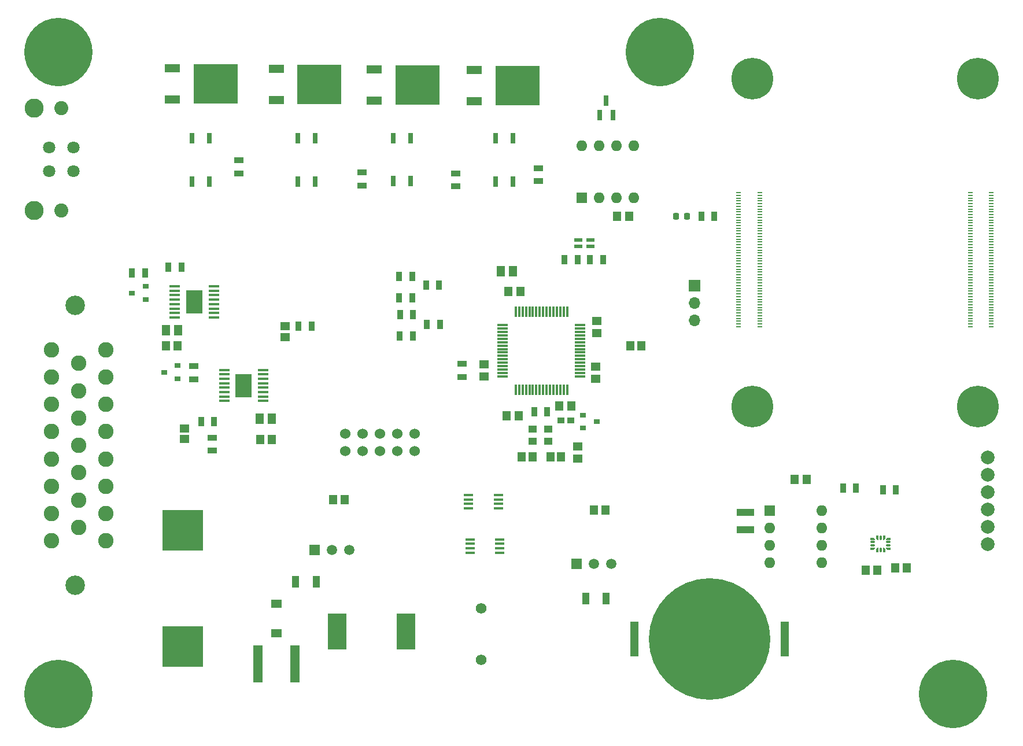
<source format=gts>
G04 #@! TF.GenerationSoftware,KiCad,Pcbnew,5.99.0-unknown-6a369b230f~117~ubuntu20.04.1*
G04 #@! TF.CreationDate,2021-05-15T11:46:25+08:00*
G04 #@! TF.ProjectId,Controller,436f6e74-726f-46c6-9c65-722e6b696361,rev?*
G04 #@! TF.SameCoordinates,Original*
G04 #@! TF.FileFunction,Soldermask,Top*
G04 #@! TF.FilePolarity,Negative*
%FSLAX46Y46*%
G04 Gerber Fmt 4.6, Leading zero omitted, Abs format (unit mm)*
G04 Created by KiCad (PCBNEW 5.99.0-unknown-6a369b230f~117~ubuntu20.04.1) date 2021-05-15 11:46:25*
%MOMM*%
%LPD*%
G01*
G04 APERTURE LIST*
G04 Aperture macros list*
%AMRoundRect*
0 Rectangle with rounded corners*
0 $1 Rounding radius*
0 $2 $3 $4 $5 $6 $7 $8 $9 X,Y pos of 4 corners*
0 Add a 4 corners polygon primitive as box body*
4,1,4,$2,$3,$4,$5,$6,$7,$8,$9,$2,$3,0*
0 Add four circle primitives for the rounded corners*
1,1,$1+$1,$2,$3*
1,1,$1+$1,$4,$5*
1,1,$1+$1,$6,$7*
1,1,$1+$1,$8,$9*
0 Add four rect primitives between the rounded corners*
20,1,$1+$1,$2,$3,$4,$5,0*
20,1,$1+$1,$4,$5,$6,$7,0*
20,1,$1+$1,$6,$7,$8,$9,0*
20,1,$1+$1,$8,$9,$2,$3,0*%
%AMFreePoly0*
4,1,48,0.036020,0.199191,0.037970,0.199714,0.040958,0.198321,0.057086,0.195477,0.069630,0.184951,0.084467,0.178033,0.290533,-0.028033,0.293203,-0.031847,0.294953,-0.032857,0.296081,-0.035957,0.305473,-0.049370,0.306900,-0.065680,0.312500,-0.081066,0.312500,-0.125000,0.310782,-0.134742,0.311361,-0.138024,0.309695,-0.140910,0.307977,-0.150652,0.295451,-0.165579,0.285709,-0.182453,
0.279350,-0.184767,0.275000,-0.189952,0.255809,-0.193336,0.237500,-0.200000,-0.237500,-0.200000,-0.247242,-0.198282,-0.250524,-0.198861,-0.253410,-0.197195,-0.263152,-0.195477,-0.278079,-0.182951,-0.294953,-0.173209,-0.297267,-0.166850,-0.302452,-0.162500,-0.305836,-0.143309,-0.312500,-0.125000,-0.312500,0.125000,-0.310782,0.134742,-0.311361,0.138024,-0.309695,0.140910,-0.307977,0.150652,
-0.295451,0.165579,-0.285709,0.182453,-0.279350,0.184767,-0.275000,0.189952,-0.255809,0.193336,-0.237500,0.200000,0.031434,0.200000,0.036020,0.199191,0.036020,0.199191,$1*%
%AMFreePoly1*
4,1,48,0.247242,0.198282,0.250524,0.198861,0.253410,0.197195,0.263152,0.195477,0.278079,0.182951,0.294953,0.173209,0.297267,0.166850,0.302452,0.162500,0.305836,0.143309,0.312500,0.125000,0.312500,0.081066,0.311691,0.076480,0.312214,0.074529,0.310820,0.071540,0.307977,0.055414,0.297452,0.042871,0.290533,0.028033,0.084467,-0.178033,0.080653,-0.180703,0.079643,-0.182453,
0.076543,-0.183581,0.063130,-0.192973,0.046819,-0.194400,0.031434,-0.200000,-0.237500,-0.200000,-0.247242,-0.198282,-0.250524,-0.198861,-0.253410,-0.197195,-0.263152,-0.195477,-0.278079,-0.182951,-0.294953,-0.173209,-0.297267,-0.166850,-0.302452,-0.162500,-0.305836,-0.143309,-0.312500,-0.125000,-0.312500,0.125000,-0.310782,0.134742,-0.311361,0.138024,-0.309695,0.140910,-0.307977,0.150652,
-0.295451,0.165579,-0.285709,0.182453,-0.279350,0.184767,-0.275000,0.189952,-0.255809,0.193336,-0.237500,0.200000,0.237500,0.200000,0.247242,0.198282,0.247242,0.198282,$1*%
%AMFreePoly2*
4,1,48,0.134742,0.310782,0.138024,0.311361,0.140910,0.309695,0.150652,0.307977,0.165579,0.295451,0.182453,0.285709,0.184767,0.279350,0.189952,0.275000,0.193336,0.255809,0.200000,0.237500,0.200000,-0.237500,0.198282,-0.247242,0.198861,-0.250524,0.197195,-0.253410,0.195477,-0.263152,0.182951,-0.278079,0.173209,-0.294953,0.166850,-0.297267,0.162500,-0.302452,0.143309,-0.305836,
0.125000,-0.312500,-0.125000,-0.312500,-0.134742,-0.310782,-0.138024,-0.311361,-0.140910,-0.309695,-0.150652,-0.307977,-0.165579,-0.295451,-0.182453,-0.285709,-0.184767,-0.279350,-0.189952,-0.275000,-0.193336,-0.255809,-0.200000,-0.237500,-0.200000,0.031434,-0.199191,0.036020,-0.199714,0.037970,-0.198321,0.040958,-0.195477,0.057086,-0.184951,0.069630,-0.178033,0.084467,0.028033,0.290533,
0.031847,0.293203,0.032857,0.294953,0.035957,0.296081,0.049370,0.305473,0.065680,0.306900,0.081066,0.312500,0.125000,0.312500,0.134742,0.310782,0.134742,0.310782,$1*%
%AMFreePoly3*
4,1,48,-0.076480,0.311691,-0.074530,0.312214,-0.071542,0.310821,-0.055414,0.307977,-0.042870,0.297451,-0.028033,0.290533,0.178033,0.084467,0.180703,0.080653,0.182453,0.079643,0.183581,0.076543,0.192973,0.063130,0.194400,0.046820,0.200000,0.031434,0.200000,-0.237500,0.198282,-0.247242,0.198861,-0.250524,0.197195,-0.253410,0.195477,-0.263152,0.182951,-0.278079,0.173209,-0.294953,
0.166850,-0.297267,0.162500,-0.302452,0.143309,-0.305836,0.125000,-0.312500,-0.125000,-0.312500,-0.134742,-0.310782,-0.138024,-0.311361,-0.140910,-0.309695,-0.150652,-0.307977,-0.165579,-0.295451,-0.182453,-0.285709,-0.184767,-0.279350,-0.189952,-0.275000,-0.193336,-0.255809,-0.200000,-0.237500,-0.200000,0.237500,-0.198282,0.247242,-0.198861,0.250524,-0.197195,0.253410,-0.195477,0.263152,
-0.182951,0.278079,-0.173209,0.294953,-0.166850,0.297267,-0.162500,0.302452,-0.143309,0.305836,-0.125000,0.312500,-0.081066,0.312500,-0.076480,0.311691,-0.076480,0.311691,$1*%
%AMFreePoly4*
4,1,48,0.247242,0.198282,0.250524,0.198861,0.253410,0.197195,0.263152,0.195477,0.278079,0.182951,0.294953,0.173209,0.297267,0.166850,0.302452,0.162500,0.305836,0.143309,0.312500,0.125000,0.312500,-0.125000,0.310782,-0.134742,0.311361,-0.138024,0.309695,-0.140910,0.307977,-0.150652,0.295451,-0.165579,0.285709,-0.182453,0.279350,-0.184767,0.275000,-0.189952,0.255809,-0.193336,
0.237500,-0.200000,-0.031434,-0.200000,-0.036020,-0.199191,-0.037971,-0.199714,-0.040960,-0.198320,-0.057086,-0.195477,-0.069629,-0.184952,-0.084467,-0.178033,-0.290533,0.028033,-0.293203,0.031847,-0.294953,0.032857,-0.296081,0.035957,-0.305473,0.049370,-0.306900,0.065681,-0.312500,0.081066,-0.312500,0.125000,-0.310782,0.134742,-0.311361,0.138024,-0.309695,0.140910,-0.307977,0.150652,
-0.295451,0.165579,-0.285709,0.182453,-0.279350,0.184767,-0.275000,0.189952,-0.255809,0.193336,-0.237500,0.200000,0.237500,0.200000,0.247242,0.198282,0.247242,0.198282,$1*%
%AMFreePoly5*
4,1,48,0.247242,0.198282,0.250524,0.198861,0.253410,0.197195,0.263152,0.195477,0.278079,0.182951,0.294953,0.173209,0.297267,0.166850,0.302452,0.162500,0.305836,0.143309,0.312500,0.125000,0.312500,-0.125000,0.310782,-0.134742,0.311361,-0.138024,0.309695,-0.140910,0.307977,-0.150652,0.295451,-0.165579,0.285709,-0.182453,0.279350,-0.184767,0.275000,-0.189952,0.255809,-0.193336,
0.237500,-0.200000,-0.237500,-0.200000,-0.247242,-0.198282,-0.250524,-0.198861,-0.253410,-0.197195,-0.263152,-0.195477,-0.278079,-0.182951,-0.294953,-0.173209,-0.297267,-0.166850,-0.302452,-0.162500,-0.305836,-0.143309,-0.312500,-0.125000,-0.312500,-0.081066,-0.311691,-0.076480,-0.312214,-0.074530,-0.310821,-0.071542,-0.307977,-0.055414,-0.297451,-0.042870,-0.290533,-0.028033,-0.084467,0.178033,
-0.080653,0.180703,-0.079643,0.182453,-0.076543,0.183581,-0.063130,0.192973,-0.046820,0.194400,-0.031434,0.200000,0.237500,0.200000,0.247242,0.198282,0.247242,0.198282,$1*%
%AMFreePoly6*
4,1,48,0.134742,0.310782,0.138024,0.311361,0.140910,0.309695,0.150652,0.307977,0.165579,0.295451,0.182453,0.285709,0.184767,0.279350,0.189952,0.275000,0.193336,0.255809,0.200000,0.237500,0.200000,-0.031434,0.199191,-0.036020,0.199714,-0.037971,0.198320,-0.040960,0.195477,-0.057086,0.184952,-0.069629,0.178033,-0.084467,-0.028033,-0.290533,-0.031847,-0.293203,-0.032857,-0.294953,
-0.035957,-0.296081,-0.049370,-0.305473,-0.065681,-0.306900,-0.081066,-0.312500,-0.125000,-0.312500,-0.134742,-0.310782,-0.138024,-0.311361,-0.140910,-0.309695,-0.150652,-0.307977,-0.165579,-0.295451,-0.182453,-0.285709,-0.184767,-0.279350,-0.189952,-0.275000,-0.193336,-0.255809,-0.200000,-0.237500,-0.200000,0.237500,-0.198282,0.247242,-0.198861,0.250524,-0.197195,0.253410,-0.195477,0.263152,
-0.182951,0.278079,-0.173209,0.294953,-0.166850,0.297267,-0.162500,0.302452,-0.143309,0.305836,-0.125000,0.312500,0.125000,0.312500,0.134742,0.310782,0.134742,0.310782,$1*%
%AMFreePoly7*
4,1,48,0.134742,0.310782,0.138024,0.311361,0.140910,0.309695,0.150652,0.307977,0.165579,0.295451,0.182453,0.285709,0.184767,0.279350,0.189952,0.275000,0.193336,0.255809,0.200000,0.237500,0.200000,-0.237500,0.198282,-0.247242,0.198861,-0.250524,0.197195,-0.253410,0.195477,-0.263152,0.182951,-0.278079,0.173209,-0.294953,0.166850,-0.297267,0.162500,-0.302452,0.143309,-0.305836,
0.125000,-0.312500,0.081066,-0.312500,0.076480,-0.311691,0.074529,-0.312214,0.071540,-0.310820,0.055414,-0.307977,0.042871,-0.297452,0.028033,-0.290533,-0.178033,-0.084467,-0.180703,-0.080653,-0.182453,-0.079643,-0.183581,-0.076543,-0.192973,-0.063130,-0.194400,-0.046819,-0.200000,-0.031434,-0.200000,0.237500,-0.198282,0.247242,-0.198861,0.250524,-0.197195,0.253410,-0.195477,0.263152,
-0.182951,0.278079,-0.173209,0.294953,-0.166850,0.297267,-0.162500,0.302452,-0.143309,0.305836,-0.125000,0.312500,0.125000,0.312500,0.134742,0.310782,0.134742,0.310782,$1*%
G04 Aperture macros list end*
%ADD10R,0.920000X1.380000*%
%ADD11R,1.160000X1.470000*%
%ADD12R,2.200000X1.200000*%
%ADD13R,6.400000X5.800000*%
%ADD14R,1.470000X1.160000*%
%ADD15R,1.422400X0.431800*%
%ADD16R,2.794000X5.308600*%
%ADD17R,1.380000X0.920000*%
%ADD18R,0.800000X1.500000*%
%ADD19R,1.300000X1.100000*%
%ADD20R,0.900000X0.800000*%
%ADD21R,1.449997X1.305598*%
%ADD22R,1.280000X1.560000*%
%ADD23R,1.305598X1.449997*%
%ADD24R,1.508000X1.508000*%
%ADD25C,1.508000*%
%ADD26R,6.000000X6.000000*%
%ADD27FreePoly0,0.000000*%
%ADD28RoundRect,0.100000X-0.212500X-0.100000X0.212500X-0.100000X0.212500X0.100000X-0.212500X0.100000X0*%
%ADD29FreePoly1,0.000000*%
%ADD30FreePoly2,0.000000*%
%ADD31RoundRect,0.100000X-0.100000X-0.212500X0.100000X-0.212500X0.100000X0.212500X-0.100000X0.212500X0*%
%ADD32FreePoly3,0.000000*%
%ADD33FreePoly4,0.000000*%
%ADD34FreePoly5,0.000000*%
%ADD35FreePoly6,0.000000*%
%ADD36FreePoly7,0.000000*%
%ADD37RoundRect,0.075000X0.075000X-0.700000X0.075000X0.700000X-0.075000X0.700000X-0.075000X-0.700000X0*%
%ADD38RoundRect,0.075000X0.700000X-0.075000X0.700000X0.075000X-0.700000X0.075000X-0.700000X-0.075000X0*%
%ADD39RoundRect,0.070000X0.300000X-0.650000X0.300000X0.650000X-0.300000X0.650000X-0.300000X-0.650000X0*%
%ADD40R,1.200000X1.450000*%
%ADD41C,2.260600*%
%ADD42C,2.844800*%
%ADD43R,1.375600X5.399999*%
%ADD44C,2.050000*%
%ADD45C,2.800000*%
%ADD46C,1.800000*%
%ADD47R,2.500000X1.000000*%
%ADD48R,1.700000X1.700000*%
%ADD49O,1.700000X1.700000*%
%ADD50C,2.000000*%
%ADD51R,1.270000X5.080000*%
%ADD52C,17.800000*%
%ADD53C,10.000000*%
%ADD54R,1.520000X1.200000*%
%ADD55C,1.524000*%
%ADD56R,1.600000X1.600000*%
%ADD57O,1.600000X1.600000*%
%ADD58R,1.570000X0.410000*%
%ADD59R,2.480000X3.400000*%
%ADD60R,1.080000X1.770000*%
%ADD61C,1.574800*%
%ADD62RoundRect,0.218750X0.218750X0.256250X-0.218750X0.256250X-0.218750X-0.256250X0.218750X-0.256250X0*%
%ADD63R,1.200000X0.600000*%
%ADD64R,1.005599X0.949998*%
%ADD65C,6.100000*%
%ADD66R,0.700000X0.200000*%
%ADD67R,1.420000X1.200000*%
G04 APERTURE END LIST*
D10*
X201361000Y-111972000D03*
X203271000Y-111972000D03*
D11*
X206430000Y-124003000D03*
X204670000Y-124003000D03*
D12*
X103212124Y-50507865D03*
D13*
X109512124Y-52787865D03*
D12*
X103212124Y-55067865D03*
D14*
X165130000Y-95980000D03*
X165130000Y-94220000D03*
D15*
X146758300Y-119475001D03*
X146758300Y-120124999D03*
X146758300Y-120775001D03*
X146758300Y-121424999D03*
X151101700Y-121424999D03*
X151101700Y-120775001D03*
X151101700Y-120124999D03*
X151101700Y-119475001D03*
D16*
X137371900Y-132950000D03*
X127288100Y-132950000D03*
D17*
X144656051Y-65867156D03*
X144656051Y-67777156D03*
D18*
X108610000Y-60750000D03*
X106070000Y-60750000D03*
X106070000Y-67050000D03*
X108610000Y-67050000D03*
D19*
X155930000Y-105090000D03*
X158230000Y-105090000D03*
X158230000Y-103290000D03*
X155930000Y-103290000D03*
D10*
X107405000Y-102220000D03*
X109315000Y-102220000D03*
D20*
X163340000Y-101270000D03*
X163340000Y-103170000D03*
X165340000Y-102220000D03*
D21*
X119670000Y-88287201D03*
X119670000Y-89892799D03*
D22*
X103989000Y-88830000D03*
X102211000Y-88830000D03*
D23*
X170277201Y-91150000D03*
X171882799Y-91150000D03*
X154297201Y-107410000D03*
X155902799Y-107410000D03*
D17*
X145570000Y-93775000D03*
X145570000Y-95685000D03*
D24*
X162380000Y-123075000D03*
D25*
X164920000Y-123075000D03*
X167460000Y-123075000D03*
D10*
X138425000Y-86570000D03*
X136515000Y-86570000D03*
D26*
X104720000Y-118130000D03*
X104720000Y-135130000D03*
D27*
X205717500Y-119370500D03*
D28*
X205717500Y-119870500D03*
X205717500Y-120370500D03*
D29*
X205717500Y-120870500D03*
D30*
X206380000Y-121033000D03*
D31*
X206880000Y-121033000D03*
D32*
X207380000Y-121033000D03*
D33*
X208042500Y-120870500D03*
D28*
X208042500Y-120370500D03*
X208042500Y-119870500D03*
D34*
X208042500Y-119370500D03*
D35*
X207380000Y-119208000D03*
D31*
X206880000Y-119208000D03*
D36*
X206380000Y-119208000D03*
D10*
X136385000Y-80930000D03*
X138295000Y-80930000D03*
D37*
X153470000Y-97525000D03*
X153970000Y-97525000D03*
X154470000Y-97525000D03*
X154970000Y-97525000D03*
X155470000Y-97525000D03*
X155970000Y-97525000D03*
X156470000Y-97525000D03*
X156970000Y-97525000D03*
X157470000Y-97525000D03*
X157970000Y-97525000D03*
X158470000Y-97525000D03*
X158970000Y-97525000D03*
X159470000Y-97525000D03*
X159970000Y-97525000D03*
X160470000Y-97525000D03*
X160970000Y-97525000D03*
D38*
X162895000Y-95600000D03*
X162895000Y-95100000D03*
X162895000Y-94600000D03*
X162895000Y-94100000D03*
X162895000Y-93600000D03*
X162895000Y-93100000D03*
X162895000Y-92600000D03*
X162895000Y-92100000D03*
X162895000Y-91600000D03*
X162895000Y-91100000D03*
X162895000Y-90600000D03*
X162895000Y-90100000D03*
X162895000Y-89600000D03*
X162895000Y-89100000D03*
X162895000Y-88600000D03*
X162895000Y-88100000D03*
D37*
X160970000Y-86175000D03*
X160470000Y-86175000D03*
X159970000Y-86175000D03*
X159470000Y-86175000D03*
X158970000Y-86175000D03*
X158470000Y-86175000D03*
X157970000Y-86175000D03*
X157470000Y-86175000D03*
X156970000Y-86175000D03*
X156470000Y-86175000D03*
X155970000Y-86175000D03*
X155470000Y-86175000D03*
X154970000Y-86175000D03*
X154470000Y-86175000D03*
X153970000Y-86175000D03*
X153470000Y-86175000D03*
D38*
X151545000Y-88100000D03*
X151545000Y-88600000D03*
X151545000Y-89100000D03*
X151545000Y-89600000D03*
X151545000Y-90100000D03*
X151545000Y-90600000D03*
X151545000Y-91100000D03*
X151545000Y-91600000D03*
X151545000Y-92100000D03*
X151545000Y-92600000D03*
X151545000Y-93100000D03*
X151545000Y-93600000D03*
X151545000Y-94100000D03*
X151545000Y-94600000D03*
X151545000Y-95100000D03*
X151545000Y-95600000D03*
D18*
X153060000Y-60750000D03*
X150520000Y-60750000D03*
X150520000Y-67050000D03*
X153060000Y-67050000D03*
X138068000Y-60738000D03*
X135528000Y-60738000D03*
X135528000Y-67038000D03*
X138068000Y-67038000D03*
D39*
X165763505Y-57340958D03*
X167663505Y-57340958D03*
X166713505Y-55240958D03*
D11*
X159830000Y-99950000D03*
X161590000Y-99950000D03*
D18*
X124076223Y-60750000D03*
X121536223Y-60750000D03*
X121536223Y-67050000D03*
X124076223Y-67050000D03*
D40*
X103915560Y-91160003D03*
X102215560Y-91160003D03*
D12*
X118401365Y-50570185D03*
D13*
X124701365Y-52850185D03*
D12*
X118401365Y-55130185D03*
D41*
X93450000Y-91700001D03*
X93450000Y-95700000D03*
X93450000Y-99700000D03*
X93450000Y-103700000D03*
X93450000Y-107699999D03*
X93450000Y-111699999D03*
X93450000Y-115699998D03*
X93450000Y-119699998D03*
X89450000Y-93699999D03*
X89450000Y-97699999D03*
X89450000Y-101699999D03*
X89450000Y-105699998D03*
X89450000Y-109699998D03*
X89450000Y-113699997D03*
X89450000Y-117699997D03*
X85450000Y-91700001D03*
X85450000Y-95700000D03*
X85450000Y-99700000D03*
X85450000Y-103700000D03*
X85450000Y-107699999D03*
X85450000Y-111699999D03*
X85450000Y-115699998D03*
X85450000Y-119699998D03*
D42*
X88950115Y-126199995D03*
X88950115Y-85200001D03*
D11*
X154130000Y-83160000D03*
X152370000Y-83160000D03*
D10*
X138375000Y-89720000D03*
X136465000Y-89720000D03*
D14*
X148860000Y-93850000D03*
X148860000Y-95610000D03*
D43*
X121117800Y-137730000D03*
X115682200Y-137730000D03*
D17*
X156790000Y-65125000D03*
X156790000Y-67035000D03*
D10*
X140330000Y-82240000D03*
X142240000Y-82240000D03*
D44*
X86940000Y-71320000D03*
D45*
X82940000Y-56320000D03*
X82940000Y-71320000D03*
D44*
X86940000Y-56320000D03*
D46*
X88707000Y-65587000D03*
X88707000Y-62053000D03*
X85173000Y-62053000D03*
X85173000Y-65587000D03*
D10*
X104515000Y-79630000D03*
X102605000Y-79630000D03*
D47*
X187076000Y-118020000D03*
X187076000Y-115520000D03*
D21*
X104990000Y-104802799D03*
X104990000Y-103197201D03*
D40*
X116030000Y-104820000D03*
X117730000Y-104820000D03*
D10*
X160590000Y-78510000D03*
X162500000Y-78510000D03*
D48*
X179620000Y-82335000D03*
D49*
X179620000Y-84875000D03*
X179620000Y-87415000D03*
D10*
X180630000Y-72130000D03*
X182540000Y-72130000D03*
D40*
X128400000Y-113640000D03*
X126700000Y-113640000D03*
D50*
X222570000Y-107470000D03*
X222570000Y-110010000D03*
X222570000Y-112550000D03*
X222570000Y-115090000D03*
X222570000Y-117630000D03*
X222570000Y-120170000D03*
D24*
X123988000Y-120985000D03*
D25*
X126528000Y-120985000D03*
X129068000Y-120985000D03*
D10*
X97285000Y-80460000D03*
X99195000Y-80460000D03*
X136386454Y-84128383D03*
X138296454Y-84128383D03*
D51*
X170865000Y-134060000D03*
X192835000Y-134060000D03*
D52*
X181850000Y-134060000D03*
D15*
X146568300Y-112985001D03*
X146568300Y-113634999D03*
X146568300Y-114285001D03*
X146568300Y-114934999D03*
X150911700Y-114934999D03*
X150911700Y-114285001D03*
X150911700Y-113634999D03*
X150911700Y-112985001D03*
D10*
X166255000Y-78500000D03*
X164345000Y-78500000D03*
D53*
X174520000Y-48120000D03*
D10*
X156145000Y-100750000D03*
X158055000Y-100750000D03*
D17*
X109040000Y-106475000D03*
X109040000Y-104565000D03*
D40*
X166580000Y-115140000D03*
X164880000Y-115140000D03*
D54*
X118400000Y-128930000D03*
X118400000Y-133250000D03*
D11*
X152120000Y-101380000D03*
X153880000Y-101380000D03*
D55*
X128500000Y-106560000D03*
X128500000Y-104020000D03*
X131040000Y-106560000D03*
X131040000Y-104020000D03*
X133580000Y-106560000D03*
X133580000Y-104020000D03*
X136120000Y-106560000D03*
X136120000Y-104020000D03*
X138660000Y-106560000D03*
X138660000Y-104020000D03*
D17*
X106300000Y-94125000D03*
X106300000Y-96035000D03*
X112915000Y-63965000D03*
X112915000Y-65875000D03*
D20*
X99249169Y-84338900D03*
X99249169Y-82438900D03*
X97249169Y-83388900D03*
D23*
X160122799Y-107410000D03*
X158517201Y-107410000D03*
D11*
X196084000Y-110702000D03*
X194324000Y-110702000D03*
D56*
X163090000Y-69480000D03*
D57*
X165630000Y-69480000D03*
X168170000Y-69480000D03*
X170710000Y-69480000D03*
X170710000Y-61860000D03*
X168170000Y-61860000D03*
X165630000Y-61860000D03*
X163090000Y-61860000D03*
D58*
X103510000Y-82421000D03*
X103510000Y-83071000D03*
X103510000Y-83721000D03*
X103510000Y-84371000D03*
X103510000Y-85021000D03*
X103510000Y-85671000D03*
X103510000Y-86321000D03*
X103510000Y-86971000D03*
X109250000Y-86971000D03*
X109250000Y-86321000D03*
X109250000Y-85671000D03*
X109250000Y-85021000D03*
X109250000Y-84371000D03*
X109250000Y-83721000D03*
X109250000Y-83071000D03*
X109250000Y-82421000D03*
D59*
X106380000Y-84696000D03*
D56*
X190642000Y-115284000D03*
D57*
X190642000Y-117824000D03*
X190642000Y-120364000D03*
X190642000Y-122904000D03*
X198262000Y-122904000D03*
X198262000Y-120364000D03*
X198262000Y-117824000D03*
X198262000Y-115284000D03*
D17*
X130990000Y-65740000D03*
X130990000Y-67650000D03*
D10*
X142375000Y-88000000D03*
X140465000Y-88000000D03*
X121675000Y-88274000D03*
X123585000Y-88274000D03*
D60*
X124235000Y-125700000D03*
X121245000Y-125700000D03*
D53*
X217520000Y-142120000D03*
D22*
X116001000Y-101800000D03*
X117779000Y-101800000D03*
D60*
X163725000Y-128090000D03*
X166715000Y-128090000D03*
D20*
X103970000Y-95950000D03*
X103970000Y-94050000D03*
X101970000Y-95000000D03*
D61*
X148410000Y-137090000D03*
X148410000Y-129590000D03*
D62*
X178515000Y-72130000D03*
X176940000Y-72130000D03*
D63*
X164395000Y-76575000D03*
X162595000Y-76575000D03*
X162595000Y-75625000D03*
X164395000Y-75625000D03*
D11*
X168318784Y-72161043D03*
X170068784Y-72161043D03*
X210740000Y-123623000D03*
X208980000Y-123623000D03*
D22*
X153059644Y-80246821D03*
X151281644Y-80246821D03*
D12*
X132765000Y-50645000D03*
D13*
X139065000Y-52925000D03*
D12*
X132765000Y-55205000D03*
D58*
X110764202Y-94663301D03*
X110764202Y-95313301D03*
X110764202Y-95963301D03*
X110764202Y-96613301D03*
X110764202Y-97263301D03*
X110764202Y-97913301D03*
X110764202Y-98563301D03*
X110764202Y-99213301D03*
X116504202Y-99213301D03*
X116504202Y-98563301D03*
X116504202Y-97913301D03*
X116504202Y-97263301D03*
X116504202Y-96613301D03*
X116504202Y-95963301D03*
X116504202Y-95313301D03*
X116504202Y-94663301D03*
D59*
X113634202Y-96938301D03*
D53*
X86520000Y-142120000D03*
D10*
X207203000Y-112226000D03*
X209113000Y-112226000D03*
D14*
X165360000Y-89240000D03*
X165360000Y-87480000D03*
D53*
X86520000Y-48120000D03*
D64*
X160102201Y-102080000D03*
X161557799Y-102080000D03*
D65*
X221090000Y-100020000D03*
X188090000Y-100020000D03*
X221090000Y-52020000D03*
X188090000Y-52020000D03*
D66*
X186090000Y-68720000D03*
X189170000Y-68720000D03*
X186090000Y-69120000D03*
X189170000Y-69120000D03*
X186090000Y-69520000D03*
X189170000Y-69520000D03*
X186090000Y-69920000D03*
X189170000Y-69920000D03*
X186090000Y-70320000D03*
X189170000Y-70320000D03*
X186090000Y-70720000D03*
X189170000Y-70720000D03*
X186090000Y-71120000D03*
X189170000Y-71120000D03*
X186090000Y-71520000D03*
X189170000Y-71520000D03*
X186090000Y-71920000D03*
X189170000Y-71920000D03*
X186090000Y-72320000D03*
X189170000Y-72320000D03*
X186090000Y-72720000D03*
X189170000Y-72720000D03*
X186090000Y-73120000D03*
X189170000Y-73120000D03*
X186090000Y-73520000D03*
X189170000Y-73520000D03*
X186090000Y-73920000D03*
X189170000Y-73920000D03*
X186090000Y-74320000D03*
X189170000Y-74320000D03*
X186090000Y-74720000D03*
X189170000Y-74720000D03*
X186090000Y-75120000D03*
X189170000Y-75120000D03*
X186090000Y-75520000D03*
X189170000Y-75520000D03*
X186090000Y-75920000D03*
X189170000Y-75920000D03*
X186090000Y-76320000D03*
X189170000Y-76320000D03*
X186090000Y-76720000D03*
X189170000Y-76720000D03*
X186090000Y-77120000D03*
X189170000Y-77120000D03*
X186090000Y-77520000D03*
X189170000Y-77520000D03*
X186090000Y-77920000D03*
X189170000Y-77920000D03*
X186090000Y-78320000D03*
X189170000Y-78320000D03*
X186090000Y-78720000D03*
X189170000Y-78720000D03*
X186090000Y-79120000D03*
X189170000Y-79120000D03*
X186090000Y-79520000D03*
X189170000Y-79520000D03*
X186090000Y-79920000D03*
X189170000Y-79920000D03*
X186090000Y-80320000D03*
X189170000Y-80320000D03*
X186090000Y-80720000D03*
X189170000Y-80720000D03*
X186090000Y-81120000D03*
X189170000Y-81120000D03*
X186090000Y-81520000D03*
X189170000Y-81520000D03*
X186090000Y-81920000D03*
X189170000Y-81920000D03*
X186090000Y-82320000D03*
X189170000Y-82320000D03*
X186090000Y-82720000D03*
X189170000Y-82720000D03*
X186090000Y-83120000D03*
X189170000Y-83120000D03*
X186090000Y-83520000D03*
X189170000Y-83520000D03*
X186090000Y-83920000D03*
X189170000Y-83920000D03*
X186090000Y-84320000D03*
X189170000Y-84320000D03*
X186090000Y-84720000D03*
X189170000Y-84720000D03*
X186090000Y-85120000D03*
X189170000Y-85120000D03*
X186090000Y-85520000D03*
X189170000Y-85520000D03*
X186090000Y-85920000D03*
X189170000Y-85920000D03*
X186090000Y-86320000D03*
X189170000Y-86320000D03*
X186090000Y-86720000D03*
X189170000Y-86720000D03*
X186090000Y-87120000D03*
X189170000Y-87120000D03*
X186090000Y-87520000D03*
X189170000Y-87520000D03*
X186090000Y-87920000D03*
X189170000Y-87920000D03*
X186090000Y-88320000D03*
X189170000Y-88320000D03*
X220010000Y-68720000D03*
X223090000Y-68720000D03*
X220010000Y-69120000D03*
X223090000Y-69120000D03*
X220010000Y-69520000D03*
X223090000Y-69520000D03*
X220010000Y-69920000D03*
X223090000Y-69920000D03*
X220010000Y-70320000D03*
X223090000Y-70320000D03*
X220010000Y-70720000D03*
X223090000Y-70720000D03*
X220010000Y-71120000D03*
X223090000Y-71120000D03*
X220010000Y-71520000D03*
X223090000Y-71520000D03*
X220010000Y-71920000D03*
X223090000Y-71920000D03*
X220010000Y-72320000D03*
X223090000Y-72320000D03*
X220010000Y-72720000D03*
X223090000Y-72720000D03*
X220010000Y-73120000D03*
X223090000Y-73120000D03*
X220010000Y-73520000D03*
X223090000Y-73520000D03*
X220010000Y-73920000D03*
X223090000Y-73920000D03*
X220010000Y-74320000D03*
X223090000Y-74320000D03*
X220010000Y-74720000D03*
X223090000Y-74720000D03*
X220010000Y-75120000D03*
X223090000Y-75120000D03*
X220010000Y-75520000D03*
X223090000Y-75520000D03*
X220010000Y-75920000D03*
X223090000Y-75920000D03*
X220010000Y-76320000D03*
X223090000Y-76320000D03*
X220010000Y-76720000D03*
X223090000Y-76720000D03*
X220010000Y-77120000D03*
X223090000Y-77120000D03*
X220010000Y-77520000D03*
X223090000Y-77520000D03*
X220010000Y-77920000D03*
X223090000Y-77920000D03*
X220010000Y-78320000D03*
X223090000Y-78320000D03*
X220010000Y-78720000D03*
X223090000Y-78720000D03*
X220010000Y-79120000D03*
X223090000Y-79120000D03*
X220010000Y-79520000D03*
X223090000Y-79520000D03*
X220010000Y-79920000D03*
X223090000Y-79920000D03*
X220010000Y-80320000D03*
X223090000Y-80320000D03*
X220010000Y-80720000D03*
X223090000Y-80720000D03*
X220010000Y-81120000D03*
X223090000Y-81120000D03*
X220010000Y-81520000D03*
X223090000Y-81520000D03*
X220010000Y-81920000D03*
X223090000Y-81920000D03*
X220010000Y-82320000D03*
X223090000Y-82320000D03*
X220010000Y-82720000D03*
X223090000Y-82720000D03*
X220010000Y-83120000D03*
X223090000Y-83120000D03*
X220010000Y-83520000D03*
X223090000Y-83520000D03*
X220010000Y-83920000D03*
X223090000Y-83920000D03*
X220010000Y-84320000D03*
X223090000Y-84320000D03*
X220010000Y-84720000D03*
X223090000Y-84720000D03*
X220010000Y-85120000D03*
X223090000Y-85120000D03*
X220010000Y-85520000D03*
X223090000Y-85520000D03*
X220010000Y-85920000D03*
X223090000Y-85920000D03*
X220010000Y-86320000D03*
X223090000Y-86320000D03*
X220010000Y-86720000D03*
X223090000Y-86720000D03*
X220010000Y-87120000D03*
X223090000Y-87120000D03*
X220010000Y-87520000D03*
X223090000Y-87520000D03*
X220010000Y-87920000D03*
X223090000Y-87920000D03*
X220010000Y-88320000D03*
X223090000Y-88320000D03*
D67*
X162560000Y-107600000D03*
X162560000Y-105880000D03*
D12*
X147388621Y-50754991D03*
D13*
X153688621Y-53034991D03*
D12*
X147388621Y-55314991D03*
M02*

</source>
